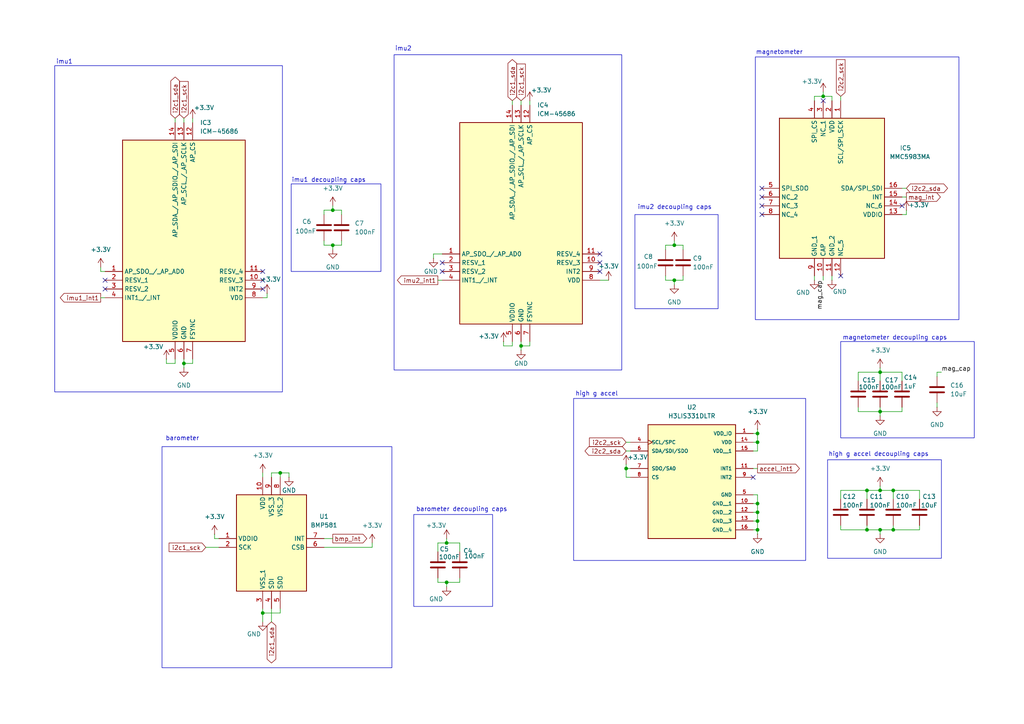
<source format=kicad_sch>
(kicad_sch (version 20250114) (generator "eeschema") (generator_version "9.0")
  (paper "A4")
  (lib_symbols
    (symbol "BMP581:BMP581"
      (property "Reference" "U" (at 26.67 17.78 0))
      (property "Value" "BMP581" (at 26.67 15.24 0))
      (symbol "BMP581_1_1"
        (rectangle (start 5.08 12.7) (end 25.4 -15.24) (stroke (width 0.254)) (fill (type background)))
        (pin passive line (at 0 0 0) (length 5.08) (name "VDDIO") (number "1"))
        (pin passive line (at 0 -2.54 0) (length 5.08) (name "SCK") (number "2"))
        (pin passive line (at 12.7 17.78 270) (length 5.08) (name "VDD") (number "10"))
        (pin passive line (at 12.7 -20.32 90) (length 5.08) (name "VSS_1") (number "3"))
        (pin passive line (at 15.24 17.78 270) (length 5.08) (name "VSS_3") (number "9"))
        (pin passive line (at 15.24 -20.32 90) (length 5.08) (name "SDI") (number "4"))
        (pin passive line (at 17.78 17.78 270) (length 5.08) (name "VSS_2") (number "8"))
        (pin passive line (at 17.78 -20.32 90) (length 5.08) (name "SDO") (number "5"))
        (pin passive line (at 30.48 0 180) (length 5.08) (name "INT") (number "7"))
        (pin passive line (at 30.48 -2.54 180) (length 5.08) (name "CSB") (number "6"))
      )
    )
    (symbol "Device:C" (pin_numbers (hide yes)) (pin_names (offset 0.254))
      (property "Reference" "C" (at 0.635 2.54 0))
      (property "Value" "C" (at 0.635 -2.54 0))
      (symbol "C_0_1"
        (polyline (pts (xy -2.032 0.762) (xy 2.032 0.762)) (stroke (width 0.508)))
        (polyline (pts (xy -2.032 -0.762) (xy 2.032 -0.762)) (stroke (width 0.508)))
      )
      (symbol "C_1_1"
        (pin passive line (at 0 3.81 270) (length 2.794) (name "~") (number "1"))
        (pin passive line (at 0 -3.81 90) (length 2.794) (name "~") (number "2"))
      )
    )
    (symbol "H3LIS331DLTR:H3LIS331DLTR" (pin_names (offset 1.016))
      (property "Reference" "U" (at -12.7151 10.8079 0))
      (property "Value" "H3LIS331DLTR" (at -12.7274 -25.4274 0))
      (symbol "H3LIS331DLTR_0_0"
        (rectangle (start -12.7 -22.86) (end 12.7 10.16) (stroke (width 0.254)) (fill (type background)))
        (pin input clock (at -17.78 5.08 0) (length 5.08) (name "SCL/SPC") (number "4"))
        (pin bidirectional line (at -17.78 2.54 0) (length 5.08) (name "SDA/SDI/SDO") (number "6"))
        (pin bidirectional line (at -17.78 -2.54 0) (length 5.08) (name "SDO/SA0") (number "7"))
        (pin input line (at -17.78 -5.08 0) (length 5.08) (name "CS") (number "8"))
        (pin power_in line (at 17.78 7.62 180) (length 5.08) (name "VDD_IO") (number "1"))
        (pin power_in line (at 17.78 5.08 180) (length 5.08) (name "VDD") (number "14"))
        (pin power_in line (at 17.78 2.54 180) (length 5.08) (name "VDD__1") (number "15"))
        (pin output line (at 17.78 -2.54 180) (length 5.08) (name "INT1") (number "11"))
        (pin output line (at 17.78 -5.08 180) (length 5.08) (name "INT2") (number "9"))
        (pin power_in line (at 17.78 -10.16 180) (length 5.08) (name "GND") (number "5"))
        (pin power_in line (at 17.78 -12.7 180) (length 5.08) (name "GND__1") (number "10"))
        (pin power_in line (at 17.78 -15.24 180) (length 5.08) (name "GND__2") (number "12"))
        (pin power_in line (at 17.78 -17.78 180) (length 5.08) (name "GND__3") (number "13"))
        (pin power_in line (at 17.78 -20.32 180) (length 5.08) (name "GND__4") (number "16"))
      )
    )
    (symbol "ICM-42670-P:ICM-42670-P"
      (property "Reference" "IC" (at 41.91 43.18 0))
      (property "Value" "ICM-42670-P" (at 41.91 40.64 0))
      (symbol "ICM-42670-P_1_1"
        (rectangle (start 5.08 38.1) (end 40.64 -20.32) (stroke (width 0.254)) (fill (type background)))
        (pin passive line (at 0 0 0) (length 5.08) (name "AP_SDO_/_AP_AD0") (number "1"))
        (pin passive line (at 0 -2.54 0) (length 5.08) (name "RESV_1") (number "2"))
        (pin passive line (at 0 -5.08 0) (length 5.08) (name "RESV_2") (number "3"))
        (pin passive line (at 0 -7.62 0) (length 5.08) (name "INT1_/_INT") (number "4"))
        (pin passive line (at 20.32 43.18 270) (length 5.08) (name "AP_SDA_/_AP_SDIO_/_AP_SDI") (number "14"))
        (pin passive line (at 20.32 -25.4 90) (length 5.08) (name "VDDIO") (number "5"))
        (pin passive line (at 22.86 43.18 270) (length 5.08) (name "AP_SCL_/_AP_SCLK") (number "13"))
        (pin passive line (at 22.86 -25.4 90) (length 5.08) (name "GND") (number "6"))
        (pin passive line (at 25.4 43.18 270) (length 5.08) (name "AP_CS") (number "12"))
        (pin passive line (at 25.4 -25.4 90) (length 5.08) (name "FSYNC") (number "7"))
        (pin passive line (at 45.72 0 180) (length 5.08) (name "RESV_4") (number "11"))
        (pin passive line (at 45.72 -2.54 180) (length 5.08) (name "RESV_3") (number "10"))
        (pin passive line (at 45.72 -5.08 180) (length 5.08) (name "INT2") (number "9"))
        (pin passive line (at 45.72 -7.62 180) (length 5.08) (name "VDD") (number "8"))
      )
    )
    (symbol "MMC5983MA:MMC5983MA"
      (property "Reference" "IC" (at 36.83 25.4 0))
      (property "Value" "MMC5983MA" (at 36.83 22.86 0))
      (symbol "MMC5983MA_1_1"
        (rectangle (start 5.08 20.32) (end 35.56 -20.32) (stroke (width 0.254)) (fill (type background)))
        (pin passive line (at 0 0 0) (length 5.08) (name "SPI_SDO") (number "5"))
        (pin passive line (at 0 -2.54 0) (length 5.08) (name "NC_2") (number "6"))
        (pin passive line (at 0 -5.08 0) (length 5.08) (name "NC_3") (number "7"))
        (pin passive line (at 0 -7.62 0) (length 5.08) (name "NC_4") (number "8"))
        (pin passive line (at 15.24 25.4 270) (length 5.08) (name "SPI_CS") (number "4"))
        (pin passive line (at 15.24 -25.4 90) (length 5.08) (name "GND_1") (number "9"))
        (pin passive line (at 17.78 25.4 270) (length 5.08) (name "NC_1") (number "3"))
        (pin passive line (at 17.78 -25.4 90) (length 5.08) (name "CAP") (number "10"))
        (pin passive line (at 20.32 25.4 270) (length 5.08) (name "VDD") (number "2"))
        (pin passive line (at 20.32 -25.4 90) (length 5.08) (name "GND_2") (number "11"))
        (pin passive line (at 22.86 25.4 270) (length 5.08) (name "SCL/SPI_SCK") (number "1"))
        (pin passive line (at 22.86 -25.4 90) (length 5.08) (name "NC_5") (number "12"))
        (pin passive line (at 40.64 0 180) (length 5.08) (name "SDA/SPI_SDI") (number "16"))
        (pin passive line (at 40.64 -2.54 180) (length 5.08) (name "INT") (number "15"))
        (pin passive line (at 40.64 -5.08 180) (length 5.08) (name "NC_6") (number "14"))
        (pin passive line (at 40.64 -7.62 180) (length 5.08) (name "VDDIO") (number "13"))
      )
    )
    (symbol "power:+3.3V" (power) (pin_numbers (hide yes)) (pin_names (offset 0) (hide yes))
      (property "Value" "+3.3V" (at 0 3.556 0))
      (symbol "+3.3V_0_1"
        (polyline (pts (xy -0.762 1.27) (xy 0 2.54)))
        (polyline (pts (xy 0 2.54) (xy 0.762 1.27)))
        (polyline (pts (xy 0 0) (xy 0 2.54)))
      )
      (symbol "+3.3V_1_1"
        (pin power_in line (at 0 0 90) (length 0) (name "~") (number "1"))
      )
    )
    (symbol "power:GND" (power) (pin_numbers (hide yes)) (pin_names (offset 0) (hide yes))
      (property "Value" "GND" (at 0 -3.81 0))
      (symbol "GND_0_1"
        (polyline (pts (xy 0 0) (xy 0 -1.27) (xy 1.27 -1.27) (xy 0 -2.54) (xy -1.27 -1.27) (xy 0 -1.27)))
      )
      (symbol "GND_1_1"
        (pin power_in line (at 0 0 270) (length 0) (name "~") (number "1"))
      )
    )
  )
  (rectangle (start 243.84 99.06) (end 282.575 127))
  (rectangle (start 114.3 15.875) (end 180.34 107.315))
  (rectangle (start 184.15 62.23) (end 208.28 89.535))
  (rectangle (start 120.015 149.225) (end 142.875 175.895))
  (rectangle (start 219.075 16.51) (end 278.13 92.71))
  (rectangle (start 84.455 53.34) (end 110.49 78.74))
  (rectangle (start 15.875 19.05) (end 81.915 113.665))
  (rectangle (start 166.37 115.57) (end 233.68 162.56))
  (rectangle (start 240.03 133.35) (end 273.05 161.925))
  (rectangle (start 46.99 129.54) (end 113.665 193.675))
  (text "high g accel" (at 166.878 114.3 0) (effects (font (size 1.27 1.27)) (justify left)))
  (text "imu1 decoupling caps" (at 84.582 52.324 0) (effects (font (size 1.27 1.27)) (justify left)))
  (text "magnetometer" (at 219.202 15.24 0) (effects (font (size 1.27 1.27)) (justify left)))
  (text "high g accel decoupling caps" (at 240.284 131.826 0) (effects (font (size 1.27 1.27)) (justify left)))
  (text "barometer decoupling caps" (at 120.65 147.828 0) (effects (font (size 1.27 1.27)) (justify left)))
  (text "barometer" (at 48.006 127.254 0) (effects (font (size 1.27 1.27)) (justify left)))
  (text "imu1" (at 16.256 18.034 0) (effects (font (size 1.27 1.27)) (justify left)))
  (text "magnetometer decoupling caps" (at 244.348 98.044 0) (effects (font (size 1.27 1.27)) (justify left)))
  (text "imu2 decoupling caps" (at 184.912 60.198 0) (effects (font (size 1.27 1.27)) (justify left)))
  (text "imu2" (at 114.554 14.224 0) (effects (font (size 1.27 1.27)) (justify left)))
  (junction (at 238.76 27.94))
  (junction (at 96.52 71.12))
  (junction (at 255.27 153.67))
  (junction (at 76.2 177.8))
  (junction (at 53.34 105.41))
  (junction (at 255.27 119.38))
  (junction (at 195.58 81.28))
  (junction (at 219.71 128.27))
  (junction (at 259.08 142.24))
  (junction (at 259.08 153.67))
  (junction (at 219.71 125.73))
  (junction (at 151.13 100.33))
  (junction (at 219.71 148.59))
  (junction (at 129.54 157.48))
  (junction (at 255.27 107.95))
  (junction (at 219.71 151.13))
  (junction (at 251.46 142.24))
  (junction (at 251.46 153.67))
  (junction (at 96.52 60.96))
  (junction (at 195.58 71.12))
  (junction (at 219.71 146.05))
  (junction (at 219.71 153.67))
  (junction (at 181.61 135.89))
  (junction (at 81.28 137.16))
  (junction (at 129.54 168.91))
  (junction (at 255.27 142.24))
  (no_connect (at 173.99 73.66))
  (no_connect (at 76.2 83.82))
  (no_connect (at 243.84 80.01))
  (no_connect (at 218.44 138.43))
  (no_connect (at 30.48 81.28))
  (no_connect (at 173.99 76.2))
  (no_connect (at 220.98 57.15))
  (no_connect (at 128.27 76.2))
  (no_connect (at 238.76 29.21))
  (no_connect (at 173.99 78.74))
  (no_connect (at 76.2 78.74))
  (no_connect (at 76.2 81.28))
  (no_connect (at 220.98 59.69))
  (no_connect (at 220.98 62.23))
  (no_connect (at 30.48 83.82))
  (no_connect (at 261.62 59.69))
  (no_connect (at 220.98 54.61))
  (no_connect (at 128.27 78.74))
  (wire (pts (xy 93.98 158.75) (xy 107.95 158.75)))
  (wire (pts (xy 193.04 71.12) (xy 195.58 71.12)))
  (wire (pts (xy 241.3 27.94) (xy 238.76 27.94)))
  (wire (pts (xy 193.04 81.28) (xy 195.58 81.28)))
  (wire (pts (xy 193.04 72.39) (xy 193.04 71.12)))
  (wire (pts (xy 219.71 124.46) (xy 219.71 125.73)))
  (wire (pts (xy 53.34 104.14) (xy 53.34 105.41)))
  (wire (pts (xy 151.13 100.33) (xy 153.67 100.33)))
  (wire (pts (xy 218.44 146.05) (xy 219.71 146.05)))
  (wire (pts (xy 127 160.02) (xy 127 157.48)))
  (wire (pts (xy 76.2 137.16) (xy 76.2 138.43)))
  (wire (pts (xy 181.61 135.89) (xy 181.61 138.43)))
  (wire (pts (xy 99.06 71.12) (xy 99.06 69.85)))
  (wire (pts (xy 181.61 138.43) (xy 182.88 138.43)))
  (wire (pts (xy 76.2 177.8) (xy 76.2 180.34)))
  (wire (pts (xy 219.71 146.05) (xy 219.71 143.51)))
  (wire (pts (xy 261.62 54.61) (xy 262.89 54.61)))
  (wire (pts (xy 251.46 152.4) (xy 251.46 153.67)))
  (wire (pts (xy 241.3 80.01) (xy 241.3 81.28)))
  (wire (pts (xy 173.99 81.28) (xy 176.53 81.28)))
  (wire (pts (xy 243.84 142.24) (xy 251.46 142.24)))
  (wire (pts (xy 127 157.48) (xy 129.54 157.48)))
  (wire (pts (xy 93.98 156.21) (xy 96.52 156.21)))
  (wire (pts (xy 151.13 99.06) (xy 151.13 100.33)))
  (wire (pts (xy 93.98 60.96) (xy 96.52 60.96)))
  (wire (pts (xy 96.52 71.12) (xy 96.52 72.39)))
  (wire (pts (xy 238.76 80.01) (xy 238.76 81.28)))
  (wire (pts (xy 99.06 60.96) (xy 99.06 62.23)))
  (wire (pts (xy 271.78 107.95) (xy 271.78 109.22)))
  (wire (pts (xy 238.76 26.67) (xy 238.76 27.94)))
  (wire (pts (xy 50.8 104.14) (xy 50.8 105.41)))
  (wire (pts (xy 181.61 130.81) (xy 182.88 130.81)))
  (wire (pts (xy 148.59 99.06) (xy 148.59 100.33)))
  (wire (pts (xy 251.46 142.24) (xy 255.27 142.24)))
  (wire (pts (xy 218.44 153.67) (xy 219.71 153.67)))
  (wire (pts (xy 219.71 153.67) (xy 219.71 151.13)))
  (wire (pts (xy 266.7 142.24) (xy 266.7 144.78)))
  (wire (pts (xy 53.34 105.41) (xy 55.88 105.41)))
  (wire (pts (xy 219.71 130.81) (xy 218.44 130.81)))
  (wire (pts (xy 259.08 152.4) (xy 259.08 153.67)))
  (wire (pts (xy 195.58 71.12) (xy 198.12 71.12)))
  (wire (pts (xy 271.78 107.95) (xy 273.05 107.95)))
  (wire (pts (xy 248.92 110.49) (xy 248.92 107.95)))
  (wire (pts (xy 78.74 138.43) (xy 78.74 137.16)))
  (wire (pts (xy 77.47 86.36) (xy 76.2 86.36)))
  (wire (pts (xy 243.84 27.94) (xy 243.84 29.21)))
  (wire (pts (xy 248.92 107.95) (xy 255.27 107.95)))
  (wire (pts (xy 261.62 107.95) (xy 261.62 110.49)))
  (wire (pts (xy 248.92 119.38) (xy 255.27 119.38)))
  (wire (pts (xy 83.82 137.16) (xy 81.28 137.16)))
  (wire (pts (xy 53.34 34.29) (xy 53.34 35.56)))
  (wire (pts (xy 181.61 134.62) (xy 181.61 135.89)))
  (wire (pts (xy 29.21 78.74) (xy 30.48 78.74)))
  (wire (pts (xy 193.04 80.01) (xy 193.04 81.28)))
  (wire (pts (xy 243.84 152.4) (xy 243.84 153.67)))
  (wire (pts (xy 59.69 158.75) (xy 63.5 158.75)))
  (wire (pts (xy 96.52 60.96) (xy 99.06 60.96)))
  (wire (pts (xy 81.28 137.16) (xy 81.28 138.43)))
  (wire (pts (xy 181.61 128.27) (xy 182.88 128.27)))
  (wire (pts (xy 259.08 153.67) (xy 266.7 153.67)))
  (wire (pts (xy 261.62 57.15) (xy 262.89 57.15)))
  (wire (pts (xy 198.12 71.12) (xy 198.12 72.39)))
  (wire (pts (xy 219.71 148.59) (xy 219.71 146.05)))
  (wire (pts (xy 55.88 105.41) (xy 55.88 104.14)))
  (wire (pts (xy 243.84 144.78) (xy 243.84 142.24)))
  (wire (pts (xy 255.27 106.68) (xy 255.27 107.95)))
  (wire (pts (xy 241.3 27.94) (xy 241.3 29.21)))
  (wire (pts (xy 195.58 82.55) (xy 195.58 81.28)))
  (wire (pts (xy 218.44 135.89) (xy 219.71 135.89)))
  (wire (pts (xy 195.58 69.85) (xy 195.58 71.12)))
  (wire (pts (xy 255.27 107.95) (xy 255.27 110.49)))
  (wire (pts (xy 127 168.91) (xy 127 167.64)))
  (wire (pts (xy 218.44 151.13) (xy 219.71 151.13)))
  (wire (pts (xy 129.54 168.91) (xy 127 168.91)))
  (wire (pts (xy 125.73 73.66) (xy 128.27 73.66)))
  (wire (pts (xy 151.13 100.33) (xy 151.13 101.6)))
  (wire (pts (xy 259.08 142.24) (xy 259.08 144.78)))
  (wire (pts (xy 271.78 116.84) (xy 271.78 118.11)))
  (wire (pts (xy 251.46 153.67) (xy 255.27 153.67)))
  (wire (pts (xy 236.22 80.01) (xy 236.22 81.28)))
  (wire (pts (xy 146.05 100.33) (xy 148.59 100.33)))
  (wire (pts (xy 78.74 137.16) (xy 81.28 137.16)))
  (wire (pts (xy 261.62 62.23) (xy 262.89 62.23)))
  (wire (pts (xy 255.27 153.67) (xy 255.27 154.94)))
  (wire (pts (xy 76.2 177.8) (xy 81.28 177.8)))
  (wire (pts (xy 243.84 153.67) (xy 251.46 153.67)))
  (wire (pts (xy 93.98 62.23) (xy 93.98 60.96)))
  (wire (pts (xy 93.98 71.12) (xy 96.52 71.12)))
  (wire (pts (xy 129.54 157.48) (xy 133.35 157.48)))
  (wire (pts (xy 181.61 135.89) (xy 182.88 135.89)))
  (wire (pts (xy 129.54 156.21) (xy 129.54 157.48)))
  (wire (pts (xy 133.35 168.91) (xy 129.54 168.91)))
  (wire (pts (xy 93.98 69.85) (xy 93.98 71.12)))
  (wire (pts (xy 266.7 153.67) (xy 266.7 152.4)))
  (wire (pts (xy 62.23 154.94) (xy 62.23 156.21)))
  (wire (pts (xy 96.52 71.12) (xy 99.06 71.12)))
  (wire (pts (xy 255.27 120.65) (xy 255.27 119.38)))
  (wire (pts (xy 195.58 81.28) (xy 198.12 81.28)))
  (wire (pts (xy 83.82 138.43) (xy 83.82 137.16)))
  (wire (pts (xy 198.12 81.28) (xy 198.12 80.01)))
  (wire (pts (xy 218.44 148.59) (xy 219.71 148.59)))
  (wire (pts (xy 96.52 59.69) (xy 96.52 60.96)))
  (wire (pts (xy 238.76 27.94) (xy 236.22 27.94)))
  (wire (pts (xy 219.71 151.13) (xy 219.71 148.59)))
  (wire (pts (xy 255.27 142.24) (xy 259.08 142.24)))
  (wire (pts (xy 153.67 100.33) (xy 153.67 99.06)))
  (wire (pts (xy 133.35 167.64) (xy 133.35 168.91)))
  (wire (pts (xy 255.27 107.95) (xy 261.62 107.95)))
  (wire (pts (xy 255.27 119.38) (xy 261.62 119.38)))
  (wire (pts (xy 248.92 118.11) (xy 248.92 119.38)))
  (wire (pts (xy 255.27 153.67) (xy 259.08 153.67)))
  (wire (pts (xy 81.28 176.53) (xy 81.28 177.8)))
  (wire (pts (xy 29.21 77.47) (xy 29.21 78.74)))
  (wire (pts (xy 55.88 34.29) (xy 55.88 35.56)))
  (wire (pts (xy 133.35 157.48) (xy 133.35 160.02)))
  (wire (pts (xy 62.23 156.21) (xy 63.5 156.21)))
  (wire (pts (xy 76.2 176.53) (xy 76.2 177.8)))
  (wire (pts (xy 48.26 105.41) (xy 48.26 104.14)))
  (wire (pts (xy 259.08 142.24) (xy 266.7 142.24)))
  (wire (pts (xy 29.21 86.36) (xy 30.48 86.36)))
  (wire (pts (xy 219.71 143.51) (xy 218.44 143.51)))
  (wire (pts (xy 125.73 74.93) (xy 125.73 73.66)))
  (wire (pts (xy 146.05 100.33) (xy 146.05 99.06)))
  (wire (pts (xy 53.34 105.41) (xy 53.34 106.68)))
  (wire (pts (xy 219.71 125.73) (xy 219.71 128.27)))
  (wire (pts (xy 129.54 168.91) (xy 129.54 170.18)))
  (wire (pts (xy 50.8 34.29) (xy 50.8 35.56)))
  (wire (pts (xy 107.95 157.48) (xy 107.95 158.75)))
  (wire (pts (xy 218.44 128.27) (xy 219.71 128.27)))
  (wire (pts (xy 251.46 142.24) (xy 251.46 144.78)))
  (wire (pts (xy 261.62 119.38) (xy 261.62 118.11)))
  (wire (pts (xy 255.27 118.11) (xy 255.27 119.38)))
  (wire (pts (xy 148.59 29.21) (xy 148.59 30.48)))
  (wire (pts (xy 78.74 176.53) (xy 78.74 180.34)))
  (wire (pts (xy 77.47 86.36) (xy 77.47 85.09)))
  (wire (pts (xy 262.89 60.96) (xy 262.89 62.23)))
  (wire (pts (xy 219.71 128.27) (xy 219.71 130.81)))
  (wire (pts (xy 151.13 29.21) (xy 151.13 30.48)))
  (wire (pts (xy 218.44 125.73) (xy 219.71 125.73)))
  (wire (pts (xy 236.22 27.94) (xy 236.22 29.21)))
  (wire (pts (xy 127 81.28) (xy 128.27 81.28)))
  (wire (pts (xy 219.71 154.94) (xy 219.71 153.67)))
  (wire (pts (xy 255.27 140.97) (xy 255.27 142.24)))
  (wire (pts (xy 153.67 29.21) (xy 153.67 30.48)))
  (wire (pts (xy 48.26 105.41) (xy 50.8 105.41)))
  (label "mag_cap" (at 238.76 81.28 270))
  (label "mag_cap" (at 273.05 107.95 0))
  (global_label "i2c2_sck" (shape input) (at 181.61 128.27 180) (property "Intersheetrefs" "${INTERSHEET_REFS}" (effects (hide yes))))
  (global_label "i2c1_sda" (shape bidirectional) (at 78.74 180.34 270) (property "Intersheetrefs" "${INTERSHEET_REFS}" (effects (hide yes))))
  (global_label "i2c1_sck" (shape input) (at 59.69 158.75 180) (property "Intersheetrefs" "${INTERSHEET_REFS}" (effects (hide yes))))
  (global_label "i2c1_sda" (shape bidirectional) (at 50.8 34.29 90) (property "Intersheetrefs" "${INTERSHEET_REFS}" (effects (hide yes))))
  (global_label "i2c1_sck" (shape input) (at 151.13 29.21 90) (property "Intersheetrefs" "${INTERSHEET_REFS}" (effects (hide yes))))
  (global_label "bmp_int" (shape output) (at 96.52 156.21 0) (property "Intersheetrefs" "${INTERSHEET_REFS}" (effects (hide yes))))
  (global_label "i2c2_sda" (shape bidirectional) (at 181.61 130.81 180) (property "Intersheetrefs" "${INTERSHEET_REFS}" (effects (hide yes))))
  (global_label "accel_int1" (shape output) (at 219.71 135.89 0) (property "Intersheetrefs" "${INTERSHEET_REFS}" (effects (hide yes))))
  (global_label "i2c1_sda" (shape bidirectional) (at 148.59 29.21 90) (property "Intersheetrefs" "${INTERSHEET_REFS}" (effects (hide yes))))
  (global_label "imu1_int1" (shape output) (at 29.21 86.36 180) (property "Intersheetrefs" "${INTERSHEET_REFS}" (effects (hide yes))))
  (global_label "mag_int" (shape output) (at 262.89 57.15 0) (property "Intersheetrefs" "${INTERSHEET_REFS}" (effects (hide yes))))
  (global_label "i2c2_sck" (shape input) (at 243.84 27.94 90) (property "Intersheetrefs" "${INTERSHEET_REFS}" (effects (hide yes))))
  (global_label "i2c2_sda" (shape bidirectional) (at 262.89 54.61 0) (property "Intersheetrefs" "${INTERSHEET_REFS}" (effects (hide yes))))
  (global_label "i2c1_sck" (shape input) (at 53.34 34.29 90) (property "Intersheetrefs" "${INTERSHEET_REFS}" (effects (hide yes))))
  (global_label "imu2_int1" (shape output) (at 127 81.28 180) (property "Intersheetrefs" "${INTERSHEET_REFS}" (effects (hide yes))))
  (symbol (lib_id "power:GND") (at 53.34 106.68 0) (unit 1)
    (property "Reference" "#PWR047" (effects (hide yes)))
    (property "Value" "GND" (at 53.34 111.76 0))
    (property "Description" "Power symbol creates a global label with name \"GND\" , ground" (effects (hide yes)))
  )
  (symbol (lib_id "Device:C") (at 243.84 148.59 180) (unit 1)
    (property "Reference" "C12" (at 244.348 144.018 0) (effects (justify right)))
    (property "Value" "100nF" (at 244.348 146.558 0) (effects (justify right)))
    (property "Footprint" "Capacitor_SMD:C_0402_1005Metric" (effects (hide yes)))
    (property "Description" "Unpolarized capacitor" (effects (hide yes)))
  )
  (symbol (lib_id "power:GND") (at 83.82 138.43 0) (unit 1)
    (property "Reference" "#PWR049" (effects (hide yes)))
    (property "Value" "GND" (at 83.82 142.24 0))
    (property "Description" "Power symbol creates a global label with name \"GND\" , ground" (effects (hide yes)))
  )
  (symbol (lib_id "power:+3.3V") (at 262.89 60.96 0) (unit 1)
    (property "Reference" "#PWR067" (effects (hide yes)))
    (property "Value" "+3.3V" (at 266.446 59.436 0))
    (property "Description" "Power symbol creates a global label with name \"+3.3V\"" (effects (hide yes)))
  )
  (symbol (lib_id "Device:C") (at 133.35 163.83 180) (unit 1)
    (property "Reference" "C4" (at 134.366 159.766 0) (effects (justify right)))
    (property "Value" "100nF" (at 134.62 161.29 0) (effects (justify right)))
    (property "Footprint" "Capacitor_SMD:C_0402_1005Metric" (effects (hide yes)))
    (property "Description" "Unpolarized capacitor" (effects (hide yes)))
  )
  (symbol (lib_id "MMC5983MA:MMC5983MA") (at 220.98 54.61 0) (unit 1)
    (property "Reference" "IC5" (at 262.636 42.926 0))
    (property "Value" "MMC5983MA" (at 263.906 45.466 0))
    (property "Footprint" "footprints:MMC5983MA" (effects (hide yes)))
    (property "Description" "3-AXIS MAGNETIC SENSOR" (effects (hide yes)))
    (property "Height" "1" (effects (hide yes)))
    (property "Mouser Part Number" "438-MMC5983MA" (effects (hide yes)))
    (property "Mouser Price/Stock" "https://www.mouser.co.uk/ProductDetail/MEMSIC/MMC5983MA?qs=B6kkDfuK7%2FD5qasHMdEt2g%3D%3D" (effects (hide yes)))
    (property "Manufacturer_Name" "MEMSIC" (effects (hide yes)))
    (property "Manufacturer_Part_Number" "MMC5983MA" (effects (hide yes)))
  )
  (symbol (lib_id "power:+3.3V") (at 62.23 154.94 0) (unit 1)
    (property "Reference" "#PWR079" (effects (hide yes)))
    (property "Value" "+3.3V" (at 62.23 149.86 0))
    (property "Description" "Power symbol creates a global label with name \"+3.3V\"" (effects (hide yes)))
  )
  (symbol (lib_id "Device:C") (at 261.62 114.3 180) (unit 1)
    (property "Reference" "C14" (at 262.128 109.474 0) (effects (justify right)))
    (property "Value" "1uF" (at 262.128 112.014 0) (effects (justify right)))
    (property "Footprint" "Capacitor_SMD:C_0603_1608Metric" (effects (hide yes)))
    (property "Description" "Unpolarized capacitor" (effects (hide yes)))
  )
  (symbol (lib_id "power:+3.3V") (at 255.27 106.68 0) (unit 1)
    (property "Reference" "#PWR064" (effects (hide yes)))
    (property "Value" "+3.3V" (at 255.27 101.6 0))
    (property "Description" "Power symbol creates a global label with name \"+3.3V\"" (effects (hide yes)))
  )
  (symbol (lib_id "Device:C") (at 255.27 114.3 180) (unit 1)
    (property "Reference" "C17" (at 258.572 110.236 0))
    (property "Value" "100nF" (at 258.572 112.268 0))
    (property "Footprint" "Capacitor_SMD:C_0402_1005Metric" (effects (hide yes)))
    (property "Description" "Unpolarized capacitor" (effects (hide yes)))
  )
  (symbol (lib_id "Device:C") (at 127 163.83 180) (unit 1)
    (property "Reference" "C5" (at 127.508 159.258 0) (effects (justify right)))
    (property "Value" "100nF" (at 127.254 161.544 0) (effects (justify right)))
    (property "Footprint" "Capacitor_SMD:C_0402_1005Metric" (effects (hide yes)))
    (property "Description" "Unpolarized capacitor" (effects (hide yes)))
  )
  (symbol (lib_id "ICM-42670-P:ICM-42670-P") (at 30.48 78.74 0) (unit 1)
    (property "Reference" "IC3" (at 58.0233 35.56 0) (effects (justify left)))
    (property "Value" "ICM-45686" (at 58.0233 38.1 0) (effects (justify left)))
    (property "Footprint" "footprints:ICM42670P" (effects (hide yes)))
    (property "Datasheet" "https://3cfeqx1hf82y3xcoull08ihx-wpengine.netdna-ssl.com/wp-content/uploads/2021/07/DS-000451-ICM-42670-P-v1.0.pdf" (effects (hide yes)))
    (property "Description" "IMUs - Inertial Measurement Units Low-Power, Premium Performance 6-Axis MotionTrackingTM IMU with I3C, I2C and SPI interface in 2.5mm x 3mm Package" (effects (hide yes)))
    (property "Mouser Part Number" "410-ICM-42670-P" (effects (hide yes)))
    (property "Mouser Price/Stock" "https://www.mouser.co.uk/ProductDetail/TDK-InvenSense/ICM-42670-P?qs=iLbezkQI%252BsgK8sMF5V7fQQ%3D%3D" (effects (hide yes)))
    (property "Manufacturer_Name" "TDK" (effects (hide yes)))
    (property "Manufacturer_Part_Number" "ICM-42670-P" (effects (hide yes)))
  )
  (symbol (lib_id "H3LIS331DLTR:H3LIS331DLTR") (at 200.66 133.35 0) (unit 1)
    (property "Reference" "U2" (at 200.66 118.11 0))
    (property "Value" "H3LIS331DLTR" (at 200.66 120.65 0))
    (property "Footprint" "footprints:QFN300X300X100-16N" (effects (hide yes)))
    (property "PRICE" "$6.93 USD" (effects (hide yes)))
    (property "MF" "STMicroelectronics" (effects (hide yes)))
    (property "MP" "H3LIS331DLTR" (effects (hide yes)))
    (property "AVAILABILITY" "Good" (effects (hide yes)))
    (property "PACKAGE" "QFN300X300X100-16N" (effects (hide yes)))
  )
  (symbol (lib_id "Device:C") (at 248.92 114.3 180) (unit 1)
    (property "Reference" "C15" (at 252.0548 110.2217 0))
    (property "Value" "100nF" (at 252.0548 112.2537 0))
    (property "Footprint" "Capacitor_SMD:C_0402_1005Metric" (effects (hide yes)))
    (property "Description" "Unpolarized capacitor" (effects (hide yes)))
  )
  (symbol (lib_id "power:+3.3V") (at 29.21 77.47 0) (unit 1)
    (property "Reference" "#PWR040" (effects (hide yes)))
    (property "Value" "+3.3V" (at 29.21 72.39 0))
    (property "Description" "Power symbol creates a global label with name \"+3.3V\"" (effects (hide yes)))
  )
  (symbol (lib_id "power:+3.3V") (at 146.05 99.06 0) (unit 1)
    (property "Reference" "#PWR054" (effects (hide yes)))
    (property "Value" "+3.3V" (at 141.732 97.536 0))
    (property "Description" "Power symbol creates a global label with name \"+3.3V\"" (effects (hide yes)))
  )
  (symbol (lib_id "power:+3.3V") (at 195.58 69.85 0) (unit 1)
    (property "Reference" "#PWR0122" (effects (hide yes)))
    (property "Value" "+3.3V" (at 195.58 64.77 0))
    (property "Description" "Power symbol creates a global label with name \"+3.3V\"" (effects (hide yes)))
  )
  (symbol (lib_id "power:+3.3V") (at 255.27 140.97 0) (unit 1)
    (property "Reference" "#PWR062" (effects (hide yes)))
    (property "Value" "+3.3V" (at 255.27 135.89 0))
    (property "Description" "Power symbol creates a global label with name \"+3.3V\"" (effects (hide yes)))
  )
  (symbol (lib_id "power:GND") (at 219.71 154.94 0) (unit 1)
    (property "Reference" "#PWR059" (effects (hide yes)))
    (property "Value" "GND" (at 219.71 160.02 0))
    (property "Description" "Power symbol creates a global label with name \"GND\" , ground" (effects (hide yes)))
  )
  (symbol (lib_id "power:+3.3V") (at 176.53 81.28 0) (unit 1)
    (property "Reference" "#PWR061" (effects (hide yes)))
    (property "Value" "+3.3V" (at 176.53 77.216 0))
    (property "Description" "Power symbol creates a global label with name \"+3.3V\"" (effects (hide yes)))
  )
  (symbol (lib_id "Device:C") (at 266.7 148.59 180) (unit 1)
    (property "Reference" "C13" (at 269.494 144.018 0))
    (property "Value" "10uF" (at 269.494 146.558 0))
    (property "Footprint" "Capacitor_SMD:C_0603_1608Metric" (effects (hide yes)))
    (property "Description" "Unpolarized capacitor" (effects (hide yes)))
  )
  (symbol (lib_id "power:GND") (at 195.58 82.55 0) (unit 1)
    (property "Reference" "#PWR0121" (effects (hide yes)))
    (property "Value" "GND" (at 195.58 87.63 0))
    (property "Description" "Power symbol creates a global label with name \"GND\" , ground" (effects (hide yes)))
  )
  (symbol (lib_id "Device:C") (at 93.98 66.04 0) (unit 1)
    (property "Reference" "C6" (at 87.63 64.262 0) (effects (justify left)))
    (property "Value" "100nF" (at 85.598 67.056 0) (effects (justify left)))
    (property "Footprint" "Capacitor_SMD:C_0402_1005Metric" (effects (hide yes)))
    (property "Description" "Unpolarized capacitor" (effects (hide yes)))
  )
  (symbol (lib_id "power:GND") (at 151.13 101.6 0) (unit 1)
    (property "Reference" "#PWR056" (effects (hide yes)))
    (property "Value" "GND" (at 151.13 105.41 0))
    (property "Description" "Power symbol creates a global label with name \"GND\" , ground" (effects (hide yes)))
  )
  (symbol (lib_id "power:+3.3V") (at 77.47 85.09 0) (unit 1)
    (property "Reference" "#PWR051" (effects (hide yes)))
    (property "Value" "+3.3V" (at 78.486 81.026 0))
    (property "Description" "Power symbol creates a global label with name \"+3.3V\"" (effects (hide yes)))
  )
  (symbol (lib_id "power:GND") (at 271.78 118.11 0) (unit 1)
    (property "Reference" "#PWR063" (effects (hide yes)))
    (property "Value" "GND" (at 271.78 123.19 0))
    (property "Description" "Power symbol creates a global label with name \"GND\" , ground" (effects (hide yes)))
  )
  (symbol (lib_id "power:GND") (at 76.2 180.34 0) (unit 1)
    (property "Reference" "#PWR046" (effects (hide yes)))
    (property "Value" "GND" (at 73.66 183.896 0))
    (property "Description" "Power symbol creates a global label with name \"GND\" , ground" (effects (hide yes)))
  )
  (symbol (lib_id "Device:C") (at 271.78 113.03 0) (unit 1)
    (property "Reference" "C16" (at 275.59 111.7599 0) (effects (justify left)))
    (property "Value" "10uF" (at 275.59 114.2999 0) (effects (justify left)))
    (property "Footprint" "Capacitor_SMD:C_0603_1608Metric" (effects (hide yes)))
    (property "Description" "Unpolarized capacitor" (effects (hide yes)))
  )
  (symbol (lib_id "power:GND") (at 241.3 81.28 0) (unit 1)
    (property "Reference" "#PWR055" (effects (hide yes)))
    (property "Value" "GND" (at 243.586 84.582 0))
    (property "Description" "Power symbol creates a global label with name \"GND\" , ground" (effects (hide yes)))
  )
  (symbol (lib_id "power:+3.3V") (at 76.2 137.16 0) (unit 1)
    (property "Reference" "#PWR0120" (effects (hide yes)))
    (property "Value" "+3.3V" (at 76.2 132.08 0))
    (property "Description" "Power symbol creates a global label with name \"+3.3V\"" (effects (hide yes)))
  )
  (symbol (lib_id "power:+3.3V") (at 55.88 34.29 0) (unit 1)
    (property "Reference" "#PWR048" (effects (hide yes)))
    (property "Value" "+3.3V" (at 59.182 31.242 0))
    (property "Description" "Power symbol creates a global label with name \"+3.3V\"" (effects (hide yes)))
  )
  (symbol (lib_id "power:GND") (at 255.27 154.94 0) (unit 1)
    (property "Reference" "#PWR078" (effects (hide yes)))
    (property "Value" "GND" (at 255.27 160.02 0))
    (property "Description" "Power symbol creates a global label with name \"GND\" , ground" (effects (hide yes)))
  )
  (symbol (lib_id "power:+3.3V") (at 153.67 29.21 0) (unit 1)
    (property "Reference" "#PWR057" (effects (hide yes)))
    (property "Value" "+3.3V" (at 156.972 26.162 0))
    (property "Description" "Power symbol creates a global label with name \"+3.3V\"" (effects (hide yes)))
  )
  (symbol (lib_id "power:+3.3V") (at 107.95 157.48 0) (unit 1)
    (property "Reference" "#PWR043" (effects (hide yes)))
    (property "Value" "+3.3V" (at 107.95 152.4 0))
    (property "Description" "Power symbol creates a global label with name \"+3.3V\"" (effects (hide yes)))
  )
  (symbol (lib_id "power:+3.3V") (at 219.71 124.46 0) (unit 1)
    (property "Reference" "#PWR058" (effects (hide yes)))
    (property "Value" "+3.3V" (at 219.71 119.38 0))
    (property "Description" "Power symbol creates a global label with name \"+3.3V\"" (effects (hide yes)))
  )
  (symbol (lib_id "power:GND") (at 129.54 170.18 0) (unit 1)
    (property "Reference" "#PWR042" (effects (hide yes)))
    (property "Value" "GND" (at 126.492 173.736 0))
    (property "Description" "Power symbol creates a global label with name \"GND\" , ground" (effects (hide yes)))
  )
  (symbol (lib_id "power:+3.3V") (at 96.52 59.69 0) (unit 1)
    (property "Reference" "#PWR0123" (effects (hide yes)))
    (property "Value" "+3.3V" (at 96.52 54.61 0))
    (property "Description" "Power symbol creates a global label with name \"+3.3V\"" (effects (hide yes)))
  )
  (symbol (lib_id "Device:C") (at 259.08 148.59 180) (unit 1)
    (property "Reference" "C10" (at 259.842 144.018 0) (effects (justify right)))
    (property "Value" "100nF" (at 259.842 146.558 0) (effects (justify right)))
    (property "Footprint" "Capacitor_SMD:C_0402_1005Metric" (effects (hide yes)))
    (property "Description" "Unpolarized capacitor" (effects (hide yes)))
  )
  (symbol (lib_id "Device:C") (at 198.12 76.2 0) (unit 1)
    (property "Reference" "C9" (at 200.914 74.93 0) (effects (justify left)))
    (property "Value" "100nF" (at 200.914 77.47 0) (effects (justify left)))
    (property "Footprint" "Capacitor_SMD:C_0402_1005Metric" (effects (hide yes)))
    (property "Description" "Unpolarized capacitor" (effects (hide yes)))
  )
  (symbol (lib_id "Device:C") (at 251.46 148.59 180) (unit 1)
    (property "Reference" "C11" (at 252.222 144.018 0) (effects (justify right)))
    (property "Value" "100nF" (at 252.222 146.558 0) (effects (justify right)))
    (property "Footprint" "Capacitor_SMD:C_0402_1005Metric" (effects (hide yes)))
    (property "Description" "Unpolarized capacitor" (effects (hide yes)))
  )
  (symbol (lib_id "Device:C") (at 99.06 66.04 0) (unit 1)
    (property "Reference" "C7" (at 102.87 64.7699 0) (effects (justify left)))
    (property "Value" "100nF" (at 102.87 67.3099 0) (effects (justify left)))
    (property "Footprint" "Capacitor_SMD:C_0402_1005Metric" (effects (hide yes)))
    (property "Description" "Unpolarized capacitor" (effects (hide yes)))
  )
  (symbol (lib_id "power:GND") (at 236.22 81.28 0) (unit 1)
    (property "Reference" "#PWR060" (effects (hide yes)))
    (property "Value" "GND" (at 232.918 84.836 0))
    (property "Description" "Power symbol creates a global label with name \"GND\" , ground" (effects (hide yes)))
  )
  (symbol (lib_id "power:+3.3V") (at 238.76 26.67 0) (unit 1)
    (property "Reference" "#PWR065" (effects (hide yes)))
    (property "Value" "+3.3V" (at 235.458 23.622 0))
    (property "Description" "Power symbol creates a global label with name \"+3.3V\"" (effects (hide yes)))
  )
  (symbol (lib_id "power:+3.3V") (at 48.26 104.14 0) (unit 1)
    (property "Reference" "#PWR044" (effects (hide yes)))
    (property "Value" "+3.3V" (at 44.45 100.584 0))
    (property "Description" "Power symbol creates a global label with name \"+3.3V\"" (effects (hide yes)))
  )
  (symbol (lib_id "power:GND") (at 96.52 72.39 0) (unit 1)
    (property "Reference" "#PWR0124" (effects (hide yes)))
    (property "Value" "GND" (at 96.52 77.47 0))
    (property "Description" "Power symbol creates a global label with name \"GND\" , ground" (effects (hide yes)))
  )
  (symbol (lib_id "power:+3.3V") (at 181.61 134.62 0) (unit 1)
    (property "Reference" "#PWR053" (effects (hide yes)))
    (property "Value" "+3.3V" (at 184.912 132.588 0))
    (property "Description" "Power symbol creates a global label with name \"+3.3V\"" (effects (hide yes)))
  )
  (symbol (lib_id "ICM-42670-P:ICM-42670-P") (at 128.27 73.66 0) (unit 1)
    (property "Reference" "IC4" (at 155.8133 30.48 0) (effects (justify left)))
    (property "Value" "ICM-45686" (at 155.8133 33.02 0) (effects (justify left)))
    (property "Footprint" "footprints:ICM42670P" (effects (hide yes)))
    (property "Datasheet" "https://3cfeqx1hf82y3xcoull08ihx-wpengine.netdna-ssl.com/wp-content/uploads/2021/07/DS-000451-ICM-42670-P-v1.0.pdf" (effects (hide yes)))
    (property "Description" "IMUs - Inertial Measurement Units Low-Power, Premium Performance 6-Axis MotionTrackingTM IMU with I3C, I2C and SPI interface in 2.5mm x 3mm Package" (effects (hide yes)))
    (property "Mouser Part Number" "410-ICM-42670-P" (effects (hide yes)))
    (property "Mouser Price/Stock" "https://www.mouser.co.uk/ProductDetail/TDK-InvenSense/ICM-42670-P?qs=iLbezkQI%252BsgK8sMF5V7fQQ%3D%3D" (effects (hide yes)))
    (property "Manufacturer_Name" "TDK" (effects (hide yes)))
    (property "Manufacturer_Part_Number" "ICM-42670-P" (effects (hide yes)))
  )
  (symbol (lib_id "Device:C") (at 193.04 76.2 0) (unit 1)
    (property "Reference" "C8" (at 186.69 74.422 0) (effects (justify left)))
    (property "Value" "100nF" (at 184.658 77.216 0) (effects (justify left)))
    (property "Footprint" "Capacitor_SMD:C_0402_1005Metric" (effects (hide yes)))
    (property "Description" "Unpolarized capacitor" (effects (hide yes)))
  )
  (symbol (lib_id "power:+3.3V") (at 129.54 156.21 0) (unit 1)
    (property "Reference" "#PWR041" (effects (hide yes)))
    (property "Value" "+3.3V" (at 126.492 152.4 0))
    (property "Description" "Power symbol creates a global label with name \"+3.3V\"" (effects (hide yes)))
  )
  (symbol (lib_id "power:GND") (at 125.73 74.93 0) (unit 1)
    (property "Reference" "#PWR052" (effects (hide yes)))
    (property "Value" "GND" (at 124.968 78.74 0))
    (property "Description" "Power symbol creates a global label with name \"GND\" , ground" (effects (hide yes)))
  )
  (symbol (lib_id "BMP581:BMP581") (at 63.5 156.21 0) (unit 1)
    (property "Reference" "U1" (at 93.98 149.7898 0))
    (property "Value" "BMP581" (at 93.98 152.3298 0))
    (property "Footprint" "footprints:BMP581" (effects (hide yes)))
    (property "Datasheet" "https://www.bosch-sensortec.com/media/boschsensortec/downloads/datasheets/bst-bmp581-ds004.pdf" (effects (hide yes)))
    (property "Description" "Pressure Sensor 4.35PSI ~ 18.13PSI (30kPa ~ 125kPa) Absolute 10-WFLGA" (effects (hide yes)))
    (property "Height" "0.8" (effects (hide yes)))
    (property "Mouser Part Number" "262-BMP581" (effects (hide yes)))
    (property "Mouser Price/Stock" "https://www.mouser.co.uk/ProductDetail/Bosch-Sensortec/BMP581?qs=Li%252BoUPsLEntPL9tlFmcgXg%3D%3D" (effects (hide yes)))
    (property "Manufacturer_Name" "BOSCH" (effects (hide yes)))
    (property "Manufacturer_Part_Number" "BMP581" (effects (hide yes)))
  )
  (symbol (lib_id "power:GND") (at 255.27 120.65 0) (unit 1)
    (property "Reference" "#PWR066" (effects (hide yes)))
    (property "Value" "GND" (at 255.27 125.73 0))
    (property "Description" "Power symbol creates a global label with name \"GND\" , ground" (effects (hide yes)))
  )
)
</source>
